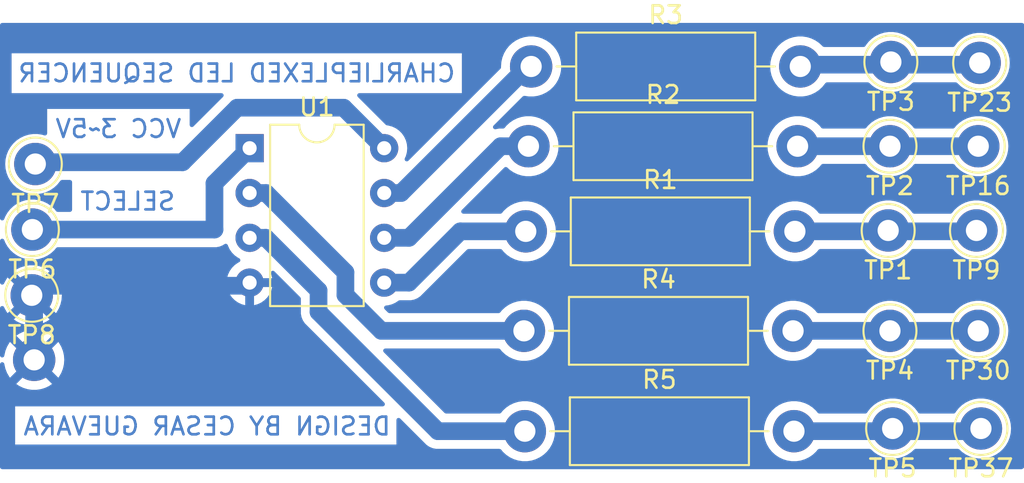
<source format=kicad_pcb>
(kicad_pcb (version 20231212) (generator "pcbnew") (generator_version "7.99")
  (layers (0 "F.Cu" signal) (31 "B.Cu" signal) (34 "B.Paste" user) (35 "F.Paste" user) (36 "B.SilkS" user "B.Silkscreen") (37 "F.SilkS" user "F.Silkscreen") (38 "B.Mask" user) (39 "F.Mask" user) (44 "Edge.Cuts" user))
  (net 0 "")
  (net 1 "Net-(D1-A)")
  (net 2 "Net-(D1-K)")
  (net 3 "Net-(D3-A)")
  (net 4 "Net-(D10-A)")
  (net 5 "Net-(D11-K)")
  (net 6 "Net-(U1-PB0)")
  (net 7 "Net-(U1-PB1)")
  (net 8 "Net-(U1-PB2)")
  (net 9 "Net-(U1-PB3)")
  (net 10 "Net-(U1-PB4)")
  (net 11 "Net-(SW1-A)")
  (net 12 "GNDREF")
  (net 13 "VCC")
  (footprint "" (layer "F.Cu") (at 103.834 56)
    (property "Reference" "" (at 0 0 0) (layer "F.SilkS") (effects (font (size 1.27 1.27))))
    (property "Value" "")
    (pad "1" thru_hole circle (at 0 0) (size 2.4 2.4) (drill 1.2) (layers "*.Cu" "*.Mask") (net 12 "GNDREF"))
  )
  (footprint "Connector_Pin:Pin_D1.0mm_L10.0mm_LooseFit" (layer "F.Cu") (at 103.9 44.9)
    (property "Reference" "TP7" (at 0 2.25 0) (layer "F.SilkS"))
    (property "Value" "TestPoint" (hide yes))
    (fp_circle (center 0 0) (end 1.5 0.05) (stroke (width 0.12)) (fill none) (layer "F.SilkS"))
    (pad "1" thru_hole circle (at 0 0) (size 2.4 2.4) (drill 1.2) (layers "*.Cu" "*.Mask") (net 13 "VCC"))
  )
  (footprint "Connector_Pin:Pin_D1.0mm_L10.0mm_LooseFit" (layer "F.Cu") (at 152.4496 59.8932)
    (property "Reference" "TP5" (at 0 2.25 0) (layer "F.SilkS"))
    (property "Value" "TestPoint" (hide yes))
    (fp_circle (center 0 0) (end 1.5 0.05) (stroke (width 0.12)) (fill none) (layer "F.SilkS"))
    (pad "1" thru_hole circle (at 0 0) (size 2.4 2.4) (drill 1.2) (layers "*.Cu" "*.Mask") (net 5 "Net-(D11-K)"))
  )
  (footprint "Connector_Pin:Pin_D1.0mm_L10.0mm_LooseFit" (layer "F.Cu") (at 157.4496 59.8932)
    (property "Reference" "TP37" (at 0 2.25 0) (layer "F.SilkS"))
    (property "Value" "TestPoint" (hide yes))
    (fp_circle (center 0 0) (end 1.5 0.05) (stroke (width 0.12)) (fill none) (layer "F.SilkS"))
    (pad "1" thru_hole circle (at 0 0) (size 2.4 2.4) (drill 1.2) (layers "*.Cu" "*.Mask") (net 5 "Net-(D11-K)"))
  )
  (footprint "Resistor_THT:R_Axial_DIN0411_L9.9mm_D3.6mm_P15.24mm_Horizontal" (layer "F.Cu") (at 131.826 43.8912)
    (property "Reference" "R2" (at 7.62 -2.92 0) (layer "F.SilkS"))
    (property "Value" "R" (hide yes))
    (fp_line (start 1.44 0) (end 2.55 0) (stroke (width 0.12)) (layer "F.SilkS"))
    (fp_line (start 2.55 -1.92) (end 2.55 1.92) (stroke (width 0.12)) (layer "F.SilkS"))
    (fp_line (start 2.55 1.92) (end 12.69 1.92) (stroke (width 0.12)) (layer "F.SilkS"))
    (fp_line (start 12.69 -1.92) (end 2.55 -1.92) (stroke (width 0.12)) (layer "F.SilkS"))
    (fp_line (start 12.69 1.92) (end 12.69 -1.92) (stroke (width 0.12)) (layer "F.SilkS"))
    (fp_line (start 13.8 0) (end 12.69 0) (stroke (width 0.12)) (layer "F.SilkS"))
    (pad "1" thru_hole circle (at 0 0) (size 2.4 2.4) (drill 1.2) (layers "*.Cu" "*.Mask") (net 7 "Net-(U1-PB1)"))
    (pad "2" thru_hole oval (at 15.24 0) (size 2.4 2.4) (drill 1.2) (layers "*.Cu" "*.Mask") (net 1 "Net-(D1-A)"))
  )
  (footprint "Connector_Pin:Pin_D1.0mm_L10.0mm_LooseFit" (layer "F.Cu") (at 157.2972 54.356)
    (property "Reference" "TP30" (at 0 2.25 0) (layer "F.SilkS"))
    (property "Value" "TestPoint" (hide yes))
    (fp_circle (center 0 0) (end 1.5 0.05) (stroke (width 0.12)) (fill none) (layer "F.SilkS"))
    (pad "1" thru_hole circle (at 0 0) (size 2.4 2.4) (drill 1.2) (layers "*.Cu" "*.Mask") (net 4 "Net-(D10-A)"))
  )
  (footprint "Connector_Pin:Pin_D1.0mm_L10.0mm_LooseFit" (layer "F.Cu") (at 103.7336 48.6156)
    (property "Reference" "TP6" (at 0 2.25 0) (layer "F.SilkS"))
    (property "Value" "TestPoint" (hide yes))
    (fp_circle (center 0 0) (end 1.5 0.05) (stroke (width 0.12)) (fill none) (layer "F.SilkS"))
    (pad "1" thru_hole circle (at 0 0) (size 2.4 2.4) (drill 1.2) (layers "*.Cu" "*.Mask") (net 11 "Net-(SW1-A)"))
  )
  (footprint "Connector_Pin:Pin_D1.0mm_L10.0mm_LooseFit" (layer "F.Cu") (at 152.1968 48.6664)
    (property "Reference" "TP1" (at 0 2.25 0) (layer "F.SilkS"))
    (property "Value" "TestPoint" (hide yes))
    (fp_circle (center 0 0) (end 1.5 0.05) (stroke (width 0.12)) (fill none) (layer "F.SilkS"))
    (pad "1" thru_hole circle (at 0 0) (size 2.4 2.4) (drill 1.2) (layers "*.Cu" "*.Mask") (net 2 "Net-(D1-K)"))
  )
  (footprint "Connector_Pin:Pin_D1.0mm_L10.0mm_LooseFit" (layer "F.Cu") (at 157.1968 48.6664)
    (property "Reference" "TP9" (at 0 2.25 0) (layer "F.SilkS"))
    (property "Value" "TestPoint" (hide yes))
    (fp_circle (center 0 0) (end 1.5 0.05) (stroke (width 0.12)) (fill none) (layer "F.SilkS"))
    (pad "1" thru_hole circle (at 0 0) (size 2.4 2.4) (drill 1.2) (layers "*.Cu" "*.Mask") (net 2 "Net-(D1-K)"))
  )
  (footprint "Connector_Pin:Pin_D1.0mm_L10.0mm_LooseFit" (layer "F.Cu") (at 157.3784 39.1668)
    (property "Reference" "TP23" (at 0 2.25 0) (layer "F.SilkS"))
    (property "Value" "TestPoint" (hide yes))
    (fp_circle (center 0 0) (end 1.5 0.05) (stroke (width 0.12)) (fill none) (layer "F.SilkS"))
    (pad "1" thru_hole circle (at 0 0) (size 2.4 2.4) (drill 1.2) (layers "*.Cu" "*.Mask") (net 3 "Net-(D3-A)"))
  )
  (footprint "Connector_Pin:Pin_D1.0mm_L10.0mm_LooseFit" (layer "F.Cu") (at 152.3492 39.116)
    (property "Reference" "TP3" (at 0 2.25 0) (layer "F.SilkS"))
    (property "Value" "TestPoint" (hide yes))
    (fp_circle (center 0 0) (end 1.5 0.05) (stroke (width 0.12)) (fill none) (layer "F.SilkS"))
    (pad "1" thru_hole circle (at 0 0) (size 2.4 2.4) (drill 1.2) (layers "*.Cu" "*.Mask") (net 3 "Net-(D3-A)"))
  )
  (footprint "Resistor_THT:R_Axial_DIN0411_L9.9mm_D3.6mm_P15.24mm_Horizontal" (layer "F.Cu") (at 131.6736 48.7172)
    (property "Reference" "R1" (at 7.62 -2.92 0) (layer "F.SilkS"))
    (property "Value" "R" (hide yes))
    (fp_line (start 1.44 0) (end 2.55 0) (stroke (width 0.12)) (layer "F.SilkS"))
    (fp_line (start 2.55 -1.92) (end 2.55 1.92) (stroke (width 0.12)) (layer "F.SilkS"))
    (fp_line (start 2.55 1.92) (end 12.69 1.92) (stroke (width 0.12)) (layer "F.SilkS"))
    (fp_line (start 12.69 -1.92) (end 2.55 -1.92) (stroke (width 0.12)) (layer "F.SilkS"))
    (fp_line (start 12.69 1.92) (end 12.69 -1.92) (stroke (width 0.12)) (layer "F.SilkS"))
    (fp_line (start 13.8 0) (end 12.69 0) (stroke (width 0.12)) (layer "F.SilkS"))
    (pad "1" thru_hole circle (at 0 0) (size 2.4 2.4) (drill 1.2) (layers "*.Cu" "*.Mask") (net 6 "Net-(U1-PB0)"))
    (pad "2" thru_hole oval (at 15.24 0) (size 2.4 2.4) (drill 1.2) (layers "*.Cu" "*.Mask") (net 2 "Net-(D1-K)"))
  )
  (footprint "Connector_Pin:Pin_D1.0mm_L10.0mm_LooseFit" (layer "F.Cu") (at 157.2984 43.8912)
    (property "Reference" "TP16" (at 0 2.25 0) (layer "F.SilkS"))
    (property "Value" "TestPoint" (hide yes))
    (fp_circle (center 0 0) (end 1.5 0.05) (stroke (width 0.12)) (fill none) (layer "F.SilkS"))
    (pad "1" thru_hole circle (at 0 0) (size 2.4 2.4) (drill 1.2) (layers "*.Cu" "*.Mask") (net 1 "Net-(D1-A)"))
  )
  (footprint "Resistor_THT:R_Axial_DIN0411_L9.9mm_D3.6mm_P15.24mm_Horizontal" (layer "F.Cu") (at 131.9784 39.37)
    (property "Reference" "R3" (at 7.62 -2.92 0) (layer "F.SilkS"))
    (property "Value" "R" (hide yes))
    (fp_line (start 1.44 0) (end 2.55 0) (stroke (width 0.12)) (layer "F.SilkS"))
    (fp_line (start 2.55 -1.92) (end 2.55 1.92) (stroke (width 0.12)) (layer "F.SilkS"))
    (fp_line (start 2.55 1.92) (end 12.69 1.92) (stroke (width 0.12)) (layer "F.SilkS"))
    (fp_line (start 12.69 -1.92) (end 2.55 -1.92) (stroke (width 0.12)) (layer "F.SilkS"))
    (fp_line (start 12.69 1.92) (end 12.69 -1.92) (stroke (width 0.12)) (layer "F.SilkS"))
    (fp_line (start 13.8 0) (end 12.69 0) (stroke (width 0.12)) (layer "F.SilkS"))
    (pad "1" thru_hole circle (at 0 0) (size 2.4 2.4) (drill 1.2) (layers "*.Cu" "*.Mask") (net 8 "Net-(U1-PB2)"))
    (pad "2" thru_hole oval (at 15.24 0) (size 2.4 2.4) (drill 1.2) (layers "*.Cu" "*.Mask") (net 3 "Net-(D3-A)"))
  )
  (footprint "Resistor_THT:R_Axial_DIN0411_L9.9mm_D3.6mm_P15.24mm_Horizontal" (layer "F.Cu") (at 131.5708 54.356)
    (property "Reference" "R4" (at 7.62 -2.92 0) (layer "F.SilkS"))
    (property "Value" "R" (hide yes))
    (fp_line (start 1.44 0) (end 2.55 0) (stroke (width 0.12)) (layer "F.SilkS"))
    (fp_line (start 2.55 -1.92) (end 2.55 1.92) (stroke (width 0.12)) (layer "F.SilkS"))
    (fp_line (start 2.55 1.92) (end 12.69 1.92) (stroke (width 0.12)) (layer "F.SilkS"))
    (fp_line (start 12.69 -1.92) (end 2.55 -1.92) (stroke (width 0.12)) (layer "F.SilkS"))
    (fp_line (start 12.69 1.92) (end 12.69 -1.92) (stroke (width 0.12)) (layer "F.SilkS"))
    (fp_line (start 13.8 0) (end 12.69 0) (stroke (width 0.12)) (layer "F.SilkS"))
    (pad "1" thru_hole circle (at 0 0) (size 2.4 2.4) (drill 1.2) (layers "*.Cu" "*.Mask") (net 9 "Net-(U1-PB3)"))
    (pad "2" thru_hole oval (at 15.24 0) (size 2.4 2.4) (drill 1.2) (layers "*.Cu" "*.Mask") (net 4 "Net-(D10-A)"))
  )
  (footprint "Connector_Pin:Pin_D1.0mm_L10.0mm_LooseFit" (layer "F.Cu") (at 152.2972 54.356)
    (property "Reference" "TP4" (at 0 2.25 0) (layer "F.SilkS"))
    (property "Value" "TestPoint" (hide yes))
    (fp_circle (center 0 0) (end 1.5 0.05) (stroke (width 0.12)) (fill none) (layer "F.SilkS"))
    (pad "1" thru_hole circle (at 0 0) (size 2.4 2.4) (drill 1.2) (layers "*.Cu" "*.Mask") (net 4 "Net-(D10-A)"))
  )
  (footprint "Connector_Pin:Pin_D1.0mm_L10.0mm_LooseFit" (layer "F.Cu") (at 152.2984 43.8912)
    (property "Reference" "TP2" (at 0 2.25 0) (layer "F.SilkS"))
    (property "Value" "TestPoint" (hide yes))
    (fp_circle (center 0 0) (end 1.5 0.05) (stroke (width 0.12)) (fill none) (layer "F.SilkS"))
    (pad "1" thru_hole circle (at 0 0) (size 2.4 2.4) (drill 1.2) (layers "*.Cu" "*.Mask") (net 1 "Net-(D1-A)"))
  )
  (footprint "Package_DIP:DIP-8_W7.62mm" (layer "F.Cu") (at 116.036 44.0028)
    (property "Reference" "U1" (at 3.81 -2.33 0) (layer "F.SilkS"))
    (property "Value" "ATtiny13A-P")
    (fp_line (start 1.16 -1.33) (end 1.16 8.95) (stroke (width 0.12)) (layer "F.SilkS"))
    (fp_line (start 1.16 8.95) (end 6.46 8.95) (stroke (width 0.12)) (layer "F.SilkS"))
    (fp_line (start 2.81 -1.33) (end 1.16 -1.33) (stroke (width 0.12)) (layer "F.SilkS"))
    (fp_line (start 6.46 -1.33) (end 4.81 -1.33) (stroke (width 0.12)) (layer "F.SilkS"))
    (fp_line (start 6.46 8.95) (end 6.46 -1.33) (stroke (width 0.12)) (layer "F.SilkS"))
    (fp_arc (start 4.81 -1.33) (mid 3.81 -0.33) (end 2.81 -1.33) (stroke (width 0.12)) (layer "F.SilkS"))
    (pad "1" thru_hole rect (at 0 0) (size 1.6 1.6) (drill 0.8) (layers "*.Cu" "*.Mask") (net 11 "Net-(SW1-A)"))
    (pad "2" thru_hole oval (at 0 2.54) (size 1.6 1.6) (drill 0.8) (layers "*.Cu" "*.Mask") (net 9 "Net-(U1-PB3)"))
    (pad "3" thru_hole oval (at 0 5.08) (size 1.6 1.6) (drill 0.8) (layers "*.Cu" "*.Mask") (net 10 "Net-(U1-PB4)"))
    (pad "4" thru_hole oval (at 0 7.62) (size 1.6 1.6) (drill 0.8) (layers "*.Cu" "*.Mask") (net 12 "GNDREF"))
    (pad "5" thru_hole oval (at 7.62 7.62) (size 1.6 1.6) (drill 0.8) (layers "*.Cu" "*.Mask") (net 6 "Net-(U1-PB0)"))
    (pad "6" thru_hole oval (at 7.62 5.08) (size 1.6 1.6) (drill 0.8) (layers "*.Cu" "*.Mask") (net 7 "Net-(U1-PB1)"))
    (pad "7" thru_hole oval (at 7.62 2.54) (size 1.6 1.6) (drill 0.8) (layers "*.Cu" "*.Mask") (net 8 "Net-(U1-PB2)"))
    (pad "8" thru_hole oval (at 7.62 0) (size 1.6 1.6) (drill 0.8) (layers "*.Cu" "*.Mask") (net 13 "VCC"))
  )
  (footprint "Connector_Pin:Pin_D1.0mm_L10.0mm_LooseFit" (layer "F.Cu") (at 103.698 52.3424)
    (property "Reference" "TP8" (at 0 2.25 0) (layer "F.SilkS"))
    (property "Value" "TestPoint" (hide yes))
    (fp_circle (center 0 0) (end 1.5 0.05) (stroke (width 0.12)) (fill none) (layer "F.SilkS"))
    (pad "1" thru_hole circle (at 0 0) (size 2.4 2.4) (drill 1.2) (layers "*.Cu" "*.Mask") (net 12 "GNDREF"))
  )
  (footprint "Resistor_THT:R_Axial_DIN0411_L9.9mm_D3.6mm_P15.24mm_Horizontal" (layer "F.Cu") (at 131.6216 60.0456)
    (property "Reference" "R5" (at 7.62 -2.92 0) (layer "F.SilkS"))
    (property "Value" "R" (hide yes))
    (fp_line (start 1.44 0) (end 2.55 0) (stroke (width 0.12)) (layer "F.SilkS"))
    (fp_line (start 2.55 -1.92) (end 2.55 1.92) (stroke (width 0.12)) (layer "F.SilkS"))
    (fp_line (start 2.55 1.92) (end 12.69 1.92) (stroke (width 0.12)) (layer "F.SilkS"))
    (fp_line (start 12.69 -1.92) (end 2.55 -1.92) (stroke (width 0.12)) (layer "F.SilkS"))
    (fp_line (start 12.69 1.92) (end 12.69 -1.92) (stroke (width 0.12)) (layer "F.SilkS"))
    (fp_line (start 13.8 0) (end 12.69 0) (stroke (width 0.12)) (layer "F.SilkS"))
    (pad "1" thru_hole circle (at 0 0) (size 2.4 2.4) (drill 1.2) (layers "*.Cu" "*.Mask") (net 10 "Net-(U1-PB4)"))
    (pad "2" thru_hole oval (at 15.24 0) (size 2.4 2.4) (drill 1.2) (layers "*.Cu" "*.Mask") (net 5 "Net-(D11-K)"))
  )
  (gr_text "DESIGN BY CESAR GUEVARA" (at 124.1044 60.3504 0) (layer "B.Cu") (effects (font (size 1 1)) (justify left bottom mirror)))
  (gr_text "CHARLIEPLEXED LED SEQUENCER" (at 127.762 40.3352 0) (layer "B.Cu") (effects (font (size 1 1)) (justify left bottom mirror)))
  (gr_text "VCC 3~5V" (at 112.252 43.4896 0) (layer "B.Cu") (effects (font (size 1 1)) (justify left bottom mirror)))
  (gr_text "SELECT" (at 111.9 47.6 0) (layer "B.Cu") (effects (font (size 1 1)) (justify left bottom mirror)))
  (segment (start 147.066 43.8912) (end 157.2984 43.8912) (width 1) (layer "B.Cu") (net 1))
  (segment (start 157.146 48.7172) (end 157.1968 48.6664) (width 1) (layer "B.Cu") (net 2))
  (segment (start 146.9136 48.7172) (end 157.146 48.7172) (width 1) (layer "B.Cu") (net 2))
  (segment (start 147.32 39.2684) (end 156.972 39.2684) (width 1) (layer "B.Cu") (net 3))
  (segment (start 157.3576 38.8412) (end 157.3784 38.862) (width 1) (layer "B.Cu") (net 3))
  (segment (start 156.972 39.2684) (end 157.3792 38.8612) (width 1) (layer "B.Cu") (net 3))
  (segment (start 147.2184 39.37) (end 147.32 39.2684) (width 1) (layer "B.Cu") (net 3))
  (segment (start 146.8108 54.356) (end 157.2972 54.356) (width 1) (layer "B.Cu") (net 4))
  (segment (start 146.8616 60.0456) (end 157.2972 60.0456) (width 1) (layer "B.Cu") (net 5))
  (segment (start 157.2972 60.0456) (end 157.4496 59.8932) (width 1) (layer "B.Cu") (net 5))
  (segment (start 123.656 51.6228) (end 125.0596 51.6228) (width 1) (layer "B.Cu") (net 6))
  (segment (start 125.0596 51.6228) (end 127.9652 48.7172) (width 1) (layer "B.Cu") (net 6))
  (segment (start 127.9652 48.7172) (end 131.6736 48.7172) (width 1) (layer "B.Cu") (net 6))
  (segment (start 125.0596 49.0828) (end 123.656 49.0828) (width 1) (layer "B.Cu") (net 7))
  (segment (start 131.826 43.8912) (end 130.2512 43.8912) (width 1) (layer "B.Cu") (net 7))
  (segment (start 130.2512 43.8912) (end 125.0596 49.0828) (width 1) (layer "B.Cu") (net 7))
  (segment (start 124.6124 46.5428) (end 131.7852 39.37) (width 1) (layer "B.Cu") (net 8))
  (segment (start 123.656 46.5428) (end 124.6124 46.5428) (width 1) (layer "B.Cu") (net 8))
  (segment (start 131.7852 39.37) (end 131.9784 39.37) (width 1) (layer "B.Cu") (net 8))
  (segment (start 123.4936 54.356) (end 131.5708 54.356) (width 1) (layer "B.Cu") (net 9))
  (segment (start 121.4616 51.037856) (end 121.4616 52.324) (width 1) (layer "B.Cu") (net 9))
  (segment (start 116.966544 46.5428) (end 121.4616 51.037856) (width 1) (layer "B.Cu") (net 9))
  (segment (start 121.4616 52.324) (end 123.4936 54.356) (width 1) (layer "B.Cu") (net 9))
  (segment (start 116.036 46.5428) (end 116.966544 46.5428) (width 1) (layer "B.Cu") (net 9))
  (segment (start 119.9388 53.2892) (end 126.6952 60.0456) (width 1) (layer "B.Cu") (net 10))
  (segment (start 116.036 49.0828) (end 116.9516 49.0828) (width 1) (layer "B.Cu") (net 10))
  (segment (start 126.6952 60.0456) (end 131.6216 60.0456) (width 1) (layer "B.Cu") (net 10))
  (segment (start 119.9388 52.07) (end 119.9388 53.2892) (width 1) (layer "B.Cu") (net 10))
  (segment (start 116.9516 49.0828) (end 119.9388 52.07) (width 1) (layer "B.Cu") (net 10))
  (segment (start 114.046 45.9928) (end 114.046 48.6156) (width 1) (layer "B.Cu") (net 11))
  (segment (start 114.046 48.6156) (end 103.7336 48.6156) (width 1) (layer "B.Cu") (net 11))
  (segment (start 116.036 44.0028) (end 114.046 45.9928) (width 1) (layer "B.Cu") (net 11))
  (segment (start 103.834 56) (end 103.834 52.6472) (width 1) (layer "B.Cu") (net 12))
  (segment (start 104.2404 51.8) (end 103.698 52.3424) (width 1) (layer "B.Cu") (net 12))
  (segment (start 115.8588 51.8) (end 104.2404 51.8) (width 1) (layer "B.Cu") (net 12))
  (segment (start 116.036 51.6228) (end 115.8588 51.8) (width 1) (layer "B.Cu") (net 12))
  (segment (start 103.9876 45.3136) (end 104.5012 44.8) (width 1) (layer "B.Cu") (net 13))
  (segment (start 115.332 41.7068) (end 121.36 41.7068) (width 1) (layer "B.Cu") (net 13))
  (segment (start 103.9 44.9) (end 104.0016 44.7984) (width 1) (layer "B.Cu") (net 13))
  (segment (start 104.5012 44.8) (end 112.2388 44.8) (width 1) (layer "B.Cu") (net 13))
  (segment (start 121.36 41.7068) (end 123.656 44.0028) (width 1) (layer "B.Cu") (net 13))
  (segment (start 112.2388 44.8) (end 115.332 41.7068) (width 1) (layer "B.Cu") (net 13))
  (zone (net 12) (net_name "GNDREF") (layer "B.Cu") (connect_pads (clearance 0.5)) (min_thickness 0.25) (fill yes (thermal_gap 0.5) (thermal_bridge_width 0.5))
    (polygon (pts (xy 159.9 36.9) (xy 159.9 62.1) (xy 159.8 62.2) (xy 101.9 62.2) (xy 101.9 36.9)))
  )
)
</source>
